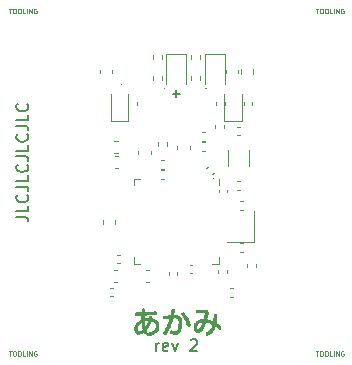
<source format=gbr>
%TF.GenerationSoftware,KiCad,Pcbnew,(5.1.9)-1*%
%TF.CreationDate,2021-01-08T11:53:25+08:00*%
%TF.ProjectId,akami,616b616d-692e-46b6-9963-61645f706362,rev?*%
%TF.SameCoordinates,Original*%
%TF.FileFunction,Legend,Top*%
%TF.FilePolarity,Positive*%
%FSLAX46Y46*%
G04 Gerber Fmt 4.6, Leading zero omitted, Abs format (unit mm)*
G04 Created by KiCad (PCBNEW (5.1.9)-1) date 2021-01-08 11:53:25*
%MOMM*%
%LPD*%
G01*
G04 APERTURE LIST*
%ADD10C,0.150000*%
%ADD11C,0.200000*%
%ADD12C,0.120000*%
%ADD13C,0.010000*%
%ADD14C,0.070000*%
G04 APERTURE END LIST*
D10*
X-1738095Y-15952380D02*
X-1738095Y-15285714D01*
X-1738095Y-15476190D02*
X-1690476Y-15380952D01*
X-1642857Y-15333333D01*
X-1547619Y-15285714D01*
X-1452380Y-15285714D01*
X-738095Y-15904761D02*
X-833333Y-15952380D01*
X-1023809Y-15952380D01*
X-1119047Y-15904761D01*
X-1166666Y-15809523D01*
X-1166666Y-15428571D01*
X-1119047Y-15333333D01*
X-1023809Y-15285714D01*
X-833333Y-15285714D01*
X-738095Y-15333333D01*
X-690476Y-15428571D01*
X-690476Y-15523809D01*
X-1166666Y-15619047D01*
X-357142Y-15285714D02*
X-119047Y-15952380D01*
X119047Y-15285714D01*
X1214285Y-15047619D02*
X1261904Y-15000000D01*
X1357142Y-14952380D01*
X1595238Y-14952380D01*
X1690476Y-15000000D01*
X1738095Y-15047619D01*
X1785714Y-15142857D01*
X1785714Y-15238095D01*
X1738095Y-15380952D01*
X1166666Y-15952380D01*
X1785714Y-15952380D01*
D11*
X-13547619Y-4619047D02*
X-12833333Y-4619047D01*
X-12690476Y-4666666D01*
X-12595238Y-4761904D01*
X-12547619Y-4904761D01*
X-12547619Y-5000000D01*
X-12547619Y-3666666D02*
X-12547619Y-4142857D01*
X-13547619Y-4142857D01*
X-12642857Y-2761904D02*
X-12595238Y-2809523D01*
X-12547619Y-2952380D01*
X-12547619Y-3047619D01*
X-12595238Y-3190476D01*
X-12690476Y-3285714D01*
X-12785714Y-3333333D01*
X-12976190Y-3380952D01*
X-13119047Y-3380952D01*
X-13309523Y-3333333D01*
X-13404761Y-3285714D01*
X-13500000Y-3190476D01*
X-13547619Y-3047619D01*
X-13547619Y-2952380D01*
X-13500000Y-2809523D01*
X-13452380Y-2761904D01*
X-13547619Y-2047619D02*
X-12833333Y-2047619D01*
X-12690476Y-2095238D01*
X-12595238Y-2190476D01*
X-12547619Y-2333333D01*
X-12547619Y-2428571D01*
X-12547619Y-1095238D02*
X-12547619Y-1571428D01*
X-13547619Y-1571428D01*
X-12642857Y-190476D02*
X-12595238Y-238095D01*
X-12547619Y-380952D01*
X-12547619Y-476190D01*
X-12595238Y-619047D01*
X-12690476Y-714285D01*
X-12785714Y-761904D01*
X-12976190Y-809523D01*
X-13119047Y-809523D01*
X-13309523Y-761904D01*
X-13404761Y-714285D01*
X-13500000Y-619047D01*
X-13547619Y-476190D01*
X-13547619Y-380952D01*
X-13500000Y-238095D01*
X-13452380Y-190476D01*
X-13547619Y523809D02*
X-12833333Y523809D01*
X-12690476Y476190D01*
X-12595238Y380952D01*
X-12547619Y238095D01*
X-12547619Y142857D01*
X-12547619Y1476190D02*
X-12547619Y1000000D01*
X-13547619Y1000000D01*
X-12642857Y2380952D02*
X-12595238Y2333333D01*
X-12547619Y2190476D01*
X-12547619Y2095238D01*
X-12595238Y1952380D01*
X-12690476Y1857142D01*
X-12785714Y1809523D01*
X-12976190Y1761904D01*
X-13119047Y1761904D01*
X-13309523Y1809523D01*
X-13404761Y1857142D01*
X-13500000Y1952380D01*
X-13547619Y2095238D01*
X-13547619Y2190476D01*
X-13500000Y2333333D01*
X-13452380Y2380952D01*
X-13547619Y3095238D02*
X-12833333Y3095238D01*
X-12690476Y3047619D01*
X-12595238Y2952380D01*
X-12547619Y2809523D01*
X-12547619Y2714285D01*
X-12547619Y4047619D02*
X-12547619Y3571428D01*
X-13547619Y3571428D01*
X-12642857Y4952380D02*
X-12595238Y4904761D01*
X-12547619Y4761904D01*
X-12547619Y4666666D01*
X-12595238Y4523809D01*
X-12690476Y4428571D01*
X-12785714Y4380952D01*
X-12976190Y4333333D01*
X-13119047Y4333333D01*
X-13309523Y4380952D01*
X-13404761Y4428571D01*
X-13500000Y4523809D01*
X-13547619Y4666666D01*
X-13547619Y4761904D01*
X-13500000Y4904761D01*
X-13452380Y4952380D01*
D12*
X-975000Y6275000D02*
G75*
G03*
X-975000Y6275000I-50000J0D01*
G01*
X2525000Y6275000D02*
G75*
G03*
X2525000Y6275000I-50000J0D01*
G01*
D10*
X-304761Y5817857D02*
X304761Y5817857D01*
X0Y5513095D02*
X0Y6122619D01*
D12*
X-4675000Y6600000D02*
G75*
G03*
X-4675000Y6600000I-50000J0D01*
G01*
X3150000Y-1350000D02*
G75*
G03*
X3150000Y-1350000I-50000J0D01*
G01*
D13*
%TO.C,DUMMY1*%
G36*
X-2798966Y-12361365D02*
G01*
X-2769272Y-12372282D01*
X-2751478Y-12385552D01*
X-2739851Y-12398315D01*
X-2733550Y-12410085D01*
X-2730967Y-12425558D01*
X-2730492Y-12446852D01*
X-2730977Y-12467707D01*
X-2732319Y-12497776D01*
X-2734332Y-12533612D01*
X-2736835Y-12571773D01*
X-2737949Y-12587138D01*
X-2740329Y-12621288D01*
X-2742053Y-12650680D01*
X-2743018Y-12673122D01*
X-2743121Y-12686426D01*
X-2742721Y-12689116D01*
X-2735768Y-12689527D01*
X-2718407Y-12689319D01*
X-2692912Y-12688552D01*
X-2661557Y-12687289D01*
X-2644775Y-12686507D01*
X-2469605Y-12676584D01*
X-2300147Y-12664145D01*
X-2138446Y-12649365D01*
X-1986543Y-12632418D01*
X-1936518Y-12626066D01*
X-1886085Y-12619764D01*
X-1846447Y-12615788D01*
X-1815882Y-12614320D01*
X-1792668Y-12615541D01*
X-1775084Y-12619634D01*
X-1761406Y-12626780D01*
X-1749912Y-12637161D01*
X-1742144Y-12646581D01*
X-1729671Y-12670870D01*
X-1722142Y-12701732D01*
X-1720525Y-12733680D01*
X-1723340Y-12753405D01*
X-1734017Y-12773816D01*
X-1754061Y-12793347D01*
X-1771861Y-12804664D01*
X-1786688Y-12809506D01*
X-1813150Y-12814879D01*
X-1850196Y-12820688D01*
X-1896777Y-12826834D01*
X-1951842Y-12833220D01*
X-2014342Y-12839748D01*
X-2083226Y-12846321D01*
X-2157445Y-12852842D01*
X-2235948Y-12859212D01*
X-2317686Y-12865334D01*
X-2401609Y-12871111D01*
X-2486666Y-12876444D01*
X-2571808Y-12881238D01*
X-2625184Y-12883944D01*
X-2664779Y-12885931D01*
X-2699789Y-12887822D01*
X-2728335Y-12889504D01*
X-2748537Y-12890865D01*
X-2758516Y-12891792D01*
X-2759240Y-12891974D01*
X-2760343Y-12899312D01*
X-2761384Y-12917097D01*
X-2762343Y-12943311D01*
X-2763196Y-12975936D01*
X-2763920Y-13012954D01*
X-2764493Y-13052348D01*
X-2764892Y-13092098D01*
X-2765094Y-13130189D01*
X-2765078Y-13164601D01*
X-2764819Y-13193317D01*
X-2764296Y-13214319D01*
X-2763486Y-13225588D01*
X-2763001Y-13226950D01*
X-2754701Y-13225734D01*
X-2736922Y-13222460D01*
X-2712613Y-13217685D01*
X-2694687Y-13214035D01*
X-2638551Y-13203817D01*
X-2577700Y-13195075D01*
X-2516431Y-13188289D01*
X-2459043Y-13183939D01*
X-2412229Y-13182500D01*
X-2377595Y-13181648D01*
X-2355205Y-13179065D01*
X-2344720Y-13174712D01*
X-2344593Y-13174562D01*
X-2340447Y-13164986D01*
X-2334998Y-13146345D01*
X-2329211Y-13122071D01*
X-2327236Y-13112650D01*
X-2321110Y-13085502D01*
X-2314470Y-13061124D01*
X-2308508Y-13043775D01*
X-2307100Y-13040712D01*
X-2291299Y-13022893D01*
X-2267340Y-13011047D01*
X-2238374Y-13005364D01*
X-2207550Y-13006034D01*
X-2178019Y-13013247D01*
X-2152930Y-13027194D01*
X-2148387Y-13031122D01*
X-2132561Y-13052518D01*
X-2125046Y-13080021D01*
X-2125592Y-13115159D01*
X-2130056Y-13142365D01*
X-2135659Y-13169790D01*
X-2138563Y-13187090D01*
X-2138550Y-13196595D01*
X-2135401Y-13200636D01*
X-2128897Y-13201543D01*
X-2124505Y-13201550D01*
X-2106731Y-13203604D01*
X-2079905Y-13209221D01*
X-2046894Y-13217582D01*
X-2010565Y-13227870D01*
X-1973785Y-13239265D01*
X-1939423Y-13250948D01*
X-1910345Y-13262103D01*
X-1906205Y-13263857D01*
X-1822395Y-13306020D01*
X-1748441Y-13355922D01*
X-1684509Y-13413384D01*
X-1630766Y-13478224D01*
X-1587377Y-13550264D01*
X-1554509Y-13629322D01*
X-1546963Y-13653558D01*
X-1528143Y-13739520D01*
X-1520232Y-13827805D01*
X-1523024Y-13916420D01*
X-1536310Y-14003375D01*
X-1559884Y-14086681D01*
X-1593539Y-14164347D01*
X-1601697Y-14179450D01*
X-1652238Y-14256818D01*
X-1713351Y-14327893D01*
X-1784303Y-14392164D01*
X-1864359Y-14449120D01*
X-1952785Y-14498249D01*
X-2048846Y-14539043D01*
X-2151808Y-14570989D01*
X-2171700Y-14575923D01*
X-2226675Y-14587788D01*
X-2281361Y-14597284D01*
X-2333831Y-14604251D01*
X-2382158Y-14608526D01*
X-2424414Y-14609949D01*
X-2458671Y-14608359D01*
X-2483003Y-14603596D01*
X-2486564Y-14602224D01*
X-2511569Y-14584883D01*
X-2530210Y-14559285D01*
X-2541572Y-14528642D01*
X-2544737Y-14496167D01*
X-2538791Y-14465076D01*
X-2530421Y-14448350D01*
X-2512018Y-14428553D01*
X-2485995Y-14414996D01*
X-2450561Y-14406884D01*
X-2432705Y-14404930D01*
X-2323468Y-14391433D01*
X-2222369Y-14369963D01*
X-2129789Y-14340725D01*
X-2046108Y-14303924D01*
X-1971707Y-14259764D01*
X-1906965Y-14208450D01*
X-1852263Y-14150187D01*
X-1807980Y-14085179D01*
X-1795565Y-14061975D01*
X-1767761Y-13993197D01*
X-1750743Y-13920760D01*
X-1744458Y-13846612D01*
X-1748854Y-13772699D01*
X-1763877Y-13700969D01*
X-1789475Y-13633371D01*
X-1808145Y-13598485D01*
X-1823283Y-13576593D01*
X-1844271Y-13550585D01*
X-1867502Y-13524822D01*
X-1877187Y-13515000D01*
X-1931346Y-13470486D01*
X-1995393Y-13433306D01*
X-2068614Y-13403796D01*
X-2150298Y-13382294D01*
X-2162424Y-13379931D01*
X-2180550Y-13377422D01*
X-2189096Y-13378956D01*
X-2190750Y-13382988D01*
X-2192842Y-13393467D01*
X-2198613Y-13413631D01*
X-2207304Y-13441268D01*
X-2218158Y-13474163D01*
X-2230418Y-13510102D01*
X-2243325Y-13546870D01*
X-2256123Y-13582255D01*
X-2268053Y-13614042D01*
X-2278358Y-13640017D01*
X-2280306Y-13644672D01*
X-2328766Y-13751028D01*
X-2382269Y-13853922D01*
X-2439524Y-13951197D01*
X-2499238Y-14040693D01*
X-2560119Y-14120253D01*
X-2576966Y-14140186D01*
X-2611669Y-14180298D01*
X-2585360Y-14240677D01*
X-2567959Y-14287285D01*
X-2560084Y-14326250D01*
X-2561896Y-14358503D01*
X-2573553Y-14384979D01*
X-2595218Y-14406611D01*
X-2616010Y-14419162D01*
X-2652016Y-14432014D01*
X-2684560Y-14432680D01*
X-2713219Y-14421305D01*
X-2737573Y-14398035D01*
X-2753138Y-14372074D01*
X-2762484Y-14352724D01*
X-2769487Y-14338528D01*
X-2772489Y-14332808D01*
X-2778056Y-14335239D01*
X-2792030Y-14343497D01*
X-2812301Y-14356287D01*
X-2836762Y-14372312D01*
X-2836789Y-14372329D01*
X-2904746Y-14414360D01*
X-2968468Y-14446603D01*
X-3030562Y-14469970D01*
X-3093635Y-14485375D01*
X-3160292Y-14493729D01*
X-3188029Y-14495280D01*
X-3237646Y-14496117D01*
X-3278175Y-14493979D01*
X-3312991Y-14488328D01*
X-3345469Y-14478626D01*
X-3377400Y-14465086D01*
X-3427814Y-14434344D01*
X-3471931Y-14393274D01*
X-3508974Y-14342989D01*
X-3538165Y-14284597D01*
X-3558729Y-14219211D01*
X-3562770Y-14200140D01*
X-3567223Y-14162820D01*
X-3568584Y-14116959D01*
X-3567247Y-14072453D01*
X-3364628Y-14072453D01*
X-3363489Y-14118556D01*
X-3357936Y-14159711D01*
X-3348057Y-14192410D01*
X-3348023Y-14192487D01*
X-3324602Y-14231982D01*
X-3293774Y-14261215D01*
X-3255668Y-14280144D01*
X-3210417Y-14288726D01*
X-3158153Y-14286919D01*
X-3099007Y-14274681D01*
X-3095625Y-14273724D01*
X-3049659Y-14257132D01*
X-2999091Y-14232999D01*
X-2947706Y-14203323D01*
X-2899286Y-14170102D01*
X-2898940Y-14169842D01*
X-2877838Y-14153688D01*
X-2860795Y-14140132D01*
X-2850247Y-14131136D01*
X-2848130Y-14128899D01*
X-2848437Y-14120919D01*
X-2851929Y-14103930D01*
X-2857927Y-14081020D01*
X-2860937Y-14070686D01*
X-2876231Y-14014023D01*
X-2891276Y-13947880D01*
X-2905520Y-13875475D01*
X-2918417Y-13800024D01*
X-2929418Y-13724743D01*
X-2937973Y-13652850D01*
X-2943535Y-13587562D01*
X-2943650Y-13585725D01*
X-2945795Y-13556622D01*
X-2948237Y-13531865D01*
X-2950645Y-13514426D01*
X-2952336Y-13507721D01*
X-2959254Y-13507217D01*
X-2974214Y-13513657D01*
X-2995497Y-13525862D01*
X-3021382Y-13542651D01*
X-3050149Y-13562845D01*
X-3080079Y-13585264D01*
X-3109453Y-13608729D01*
X-3136549Y-13632060D01*
X-3145204Y-13640003D01*
X-3206400Y-13704041D01*
X-3259259Y-13773327D01*
X-3302662Y-13846033D01*
X-3335489Y-13920334D01*
X-3353319Y-13979425D01*
X-3361267Y-14024907D01*
X-3364628Y-14072453D01*
X-3567247Y-14072453D01*
X-3567061Y-14066284D01*
X-3562862Y-14014517D01*
X-3556198Y-13965383D01*
X-3547276Y-13922606D01*
X-3547190Y-13922275D01*
X-3522948Y-13848948D01*
X-3488426Y-13773252D01*
X-3445051Y-13697736D01*
X-3394250Y-13624952D01*
X-3352031Y-13573573D01*
X-3307327Y-13527868D01*
X-3253085Y-13480560D01*
X-3191950Y-13433625D01*
X-3159992Y-13411831D01*
X-2761378Y-13411831D01*
X-2758342Y-13470203D01*
X-2754268Y-13530338D01*
X-2748208Y-13595226D01*
X-2740513Y-13662425D01*
X-2731540Y-13729491D01*
X-2721640Y-13793979D01*
X-2711169Y-13853445D01*
X-2700481Y-13905447D01*
X-2689928Y-13947541D01*
X-2688506Y-13952422D01*
X-2685802Y-13956948D01*
X-2681051Y-13956143D01*
X-2673211Y-13948889D01*
X-2661240Y-13934069D01*
X-2644094Y-13910567D01*
X-2627756Y-13887350D01*
X-2581910Y-13816545D01*
X-2536550Y-13736925D01*
X-2493474Y-13652190D01*
X-2454481Y-13566037D01*
X-2421371Y-13482168D01*
X-2400758Y-13420625D01*
X-2393603Y-13397115D01*
X-2387575Y-13377343D01*
X-2383923Y-13365405D01*
X-2383817Y-13365062D01*
X-2383363Y-13359480D01*
X-2387814Y-13356159D01*
X-2399516Y-13354543D01*
X-2420816Y-13354073D01*
X-2430035Y-13354073D01*
X-2482794Y-13356392D01*
X-2542434Y-13362627D01*
X-2604418Y-13372057D01*
X-2664208Y-13383960D01*
X-2717268Y-13397612D01*
X-2731652Y-13402090D01*
X-2761378Y-13411831D01*
X-3159992Y-13411831D01*
X-3126569Y-13389038D01*
X-3059589Y-13348774D01*
X-3027960Y-13331725D01*
X-2966645Y-13299975D01*
X-2963116Y-13098657D01*
X-2959587Y-12897340D01*
X-3203279Y-12898632D01*
X-3265366Y-12898941D01*
X-3316027Y-12899107D01*
X-3356534Y-12899072D01*
X-3388163Y-12898777D01*
X-3412185Y-12898166D01*
X-3429875Y-12897180D01*
X-3442506Y-12895762D01*
X-3451351Y-12893855D01*
X-3457684Y-12891400D01*
X-3462778Y-12888339D01*
X-3464973Y-12886773D01*
X-3487211Y-12863253D01*
X-3500520Y-12833718D01*
X-3504901Y-12801185D01*
X-3500351Y-12768673D01*
X-3486869Y-12739201D01*
X-3465057Y-12716226D01*
X-3460105Y-12712906D01*
X-3454334Y-12710184D01*
X-3446490Y-12707988D01*
X-3435314Y-12706249D01*
X-3419551Y-12704895D01*
X-3397943Y-12703857D01*
X-3369235Y-12703063D01*
X-3332170Y-12702443D01*
X-3285491Y-12701926D01*
X-3227942Y-12701443D01*
X-3197743Y-12701214D01*
X-2948347Y-12699353D01*
X-2944036Y-12596439D01*
X-2941160Y-12538465D01*
X-2937789Y-12491940D01*
X-2933748Y-12455617D01*
X-2928862Y-12428249D01*
X-2922956Y-12408589D01*
X-2915890Y-12395435D01*
X-2893809Y-12375671D01*
X-2864671Y-12363266D01*
X-2831911Y-12358429D01*
X-2798966Y-12361365D01*
G37*
X-2798966Y-12361365D02*
X-2769272Y-12372282D01*
X-2751478Y-12385552D01*
X-2739851Y-12398315D01*
X-2733550Y-12410085D01*
X-2730967Y-12425558D01*
X-2730492Y-12446852D01*
X-2730977Y-12467707D01*
X-2732319Y-12497776D01*
X-2734332Y-12533612D01*
X-2736835Y-12571773D01*
X-2737949Y-12587138D01*
X-2740329Y-12621288D01*
X-2742053Y-12650680D01*
X-2743018Y-12673122D01*
X-2743121Y-12686426D01*
X-2742721Y-12689116D01*
X-2735768Y-12689527D01*
X-2718407Y-12689319D01*
X-2692912Y-12688552D01*
X-2661557Y-12687289D01*
X-2644775Y-12686507D01*
X-2469605Y-12676584D01*
X-2300147Y-12664145D01*
X-2138446Y-12649365D01*
X-1986543Y-12632418D01*
X-1936518Y-12626066D01*
X-1886085Y-12619764D01*
X-1846447Y-12615788D01*
X-1815882Y-12614320D01*
X-1792668Y-12615541D01*
X-1775084Y-12619634D01*
X-1761406Y-12626780D01*
X-1749912Y-12637161D01*
X-1742144Y-12646581D01*
X-1729671Y-12670870D01*
X-1722142Y-12701732D01*
X-1720525Y-12733680D01*
X-1723340Y-12753405D01*
X-1734017Y-12773816D01*
X-1754061Y-12793347D01*
X-1771861Y-12804664D01*
X-1786688Y-12809506D01*
X-1813150Y-12814879D01*
X-1850196Y-12820688D01*
X-1896777Y-12826834D01*
X-1951842Y-12833220D01*
X-2014342Y-12839748D01*
X-2083226Y-12846321D01*
X-2157445Y-12852842D01*
X-2235948Y-12859212D01*
X-2317686Y-12865334D01*
X-2401609Y-12871111D01*
X-2486666Y-12876444D01*
X-2571808Y-12881238D01*
X-2625184Y-12883944D01*
X-2664779Y-12885931D01*
X-2699789Y-12887822D01*
X-2728335Y-12889504D01*
X-2748537Y-12890865D01*
X-2758516Y-12891792D01*
X-2759240Y-12891974D01*
X-2760343Y-12899312D01*
X-2761384Y-12917097D01*
X-2762343Y-12943311D01*
X-2763196Y-12975936D01*
X-2763920Y-13012954D01*
X-2764493Y-13052348D01*
X-2764892Y-13092098D01*
X-2765094Y-13130189D01*
X-2765078Y-13164601D01*
X-2764819Y-13193317D01*
X-2764296Y-13214319D01*
X-2763486Y-13225588D01*
X-2763001Y-13226950D01*
X-2754701Y-13225734D01*
X-2736922Y-13222460D01*
X-2712613Y-13217685D01*
X-2694687Y-13214035D01*
X-2638551Y-13203817D01*
X-2577700Y-13195075D01*
X-2516431Y-13188289D01*
X-2459043Y-13183939D01*
X-2412229Y-13182500D01*
X-2377595Y-13181648D01*
X-2355205Y-13179065D01*
X-2344720Y-13174712D01*
X-2344593Y-13174562D01*
X-2340447Y-13164986D01*
X-2334998Y-13146345D01*
X-2329211Y-13122071D01*
X-2327236Y-13112650D01*
X-2321110Y-13085502D01*
X-2314470Y-13061124D01*
X-2308508Y-13043775D01*
X-2307100Y-13040712D01*
X-2291299Y-13022893D01*
X-2267340Y-13011047D01*
X-2238374Y-13005364D01*
X-2207550Y-13006034D01*
X-2178019Y-13013247D01*
X-2152930Y-13027194D01*
X-2148387Y-13031122D01*
X-2132561Y-13052518D01*
X-2125046Y-13080021D01*
X-2125592Y-13115159D01*
X-2130056Y-13142365D01*
X-2135659Y-13169790D01*
X-2138563Y-13187090D01*
X-2138550Y-13196595D01*
X-2135401Y-13200636D01*
X-2128897Y-13201543D01*
X-2124505Y-13201550D01*
X-2106731Y-13203604D01*
X-2079905Y-13209221D01*
X-2046894Y-13217582D01*
X-2010565Y-13227870D01*
X-1973785Y-13239265D01*
X-1939423Y-13250948D01*
X-1910345Y-13262103D01*
X-1906205Y-13263857D01*
X-1822395Y-13306020D01*
X-1748441Y-13355922D01*
X-1684509Y-13413384D01*
X-1630766Y-13478224D01*
X-1587377Y-13550264D01*
X-1554509Y-13629322D01*
X-1546963Y-13653558D01*
X-1528143Y-13739520D01*
X-1520232Y-13827805D01*
X-1523024Y-13916420D01*
X-1536310Y-14003375D01*
X-1559884Y-14086681D01*
X-1593539Y-14164347D01*
X-1601697Y-14179450D01*
X-1652238Y-14256818D01*
X-1713351Y-14327893D01*
X-1784303Y-14392164D01*
X-1864359Y-14449120D01*
X-1952785Y-14498249D01*
X-2048846Y-14539043D01*
X-2151808Y-14570989D01*
X-2171700Y-14575923D01*
X-2226675Y-14587788D01*
X-2281361Y-14597284D01*
X-2333831Y-14604251D01*
X-2382158Y-14608526D01*
X-2424414Y-14609949D01*
X-2458671Y-14608359D01*
X-2483003Y-14603596D01*
X-2486564Y-14602224D01*
X-2511569Y-14584883D01*
X-2530210Y-14559285D01*
X-2541572Y-14528642D01*
X-2544737Y-14496167D01*
X-2538791Y-14465076D01*
X-2530421Y-14448350D01*
X-2512018Y-14428553D01*
X-2485995Y-14414996D01*
X-2450561Y-14406884D01*
X-2432705Y-14404930D01*
X-2323468Y-14391433D01*
X-2222369Y-14369963D01*
X-2129789Y-14340725D01*
X-2046108Y-14303924D01*
X-1971707Y-14259764D01*
X-1906965Y-14208450D01*
X-1852263Y-14150187D01*
X-1807980Y-14085179D01*
X-1795565Y-14061975D01*
X-1767761Y-13993197D01*
X-1750743Y-13920760D01*
X-1744458Y-13846612D01*
X-1748854Y-13772699D01*
X-1763877Y-13700969D01*
X-1789475Y-13633371D01*
X-1808145Y-13598485D01*
X-1823283Y-13576593D01*
X-1844271Y-13550585D01*
X-1867502Y-13524822D01*
X-1877187Y-13515000D01*
X-1931346Y-13470486D01*
X-1995393Y-13433306D01*
X-2068614Y-13403796D01*
X-2150298Y-13382294D01*
X-2162424Y-13379931D01*
X-2180550Y-13377422D01*
X-2189096Y-13378956D01*
X-2190750Y-13382988D01*
X-2192842Y-13393467D01*
X-2198613Y-13413631D01*
X-2207304Y-13441268D01*
X-2218158Y-13474163D01*
X-2230418Y-13510102D01*
X-2243325Y-13546870D01*
X-2256123Y-13582255D01*
X-2268053Y-13614042D01*
X-2278358Y-13640017D01*
X-2280306Y-13644672D01*
X-2328766Y-13751028D01*
X-2382269Y-13853922D01*
X-2439524Y-13951197D01*
X-2499238Y-14040693D01*
X-2560119Y-14120253D01*
X-2576966Y-14140186D01*
X-2611669Y-14180298D01*
X-2585360Y-14240677D01*
X-2567959Y-14287285D01*
X-2560084Y-14326250D01*
X-2561896Y-14358503D01*
X-2573553Y-14384979D01*
X-2595218Y-14406611D01*
X-2616010Y-14419162D01*
X-2652016Y-14432014D01*
X-2684560Y-14432680D01*
X-2713219Y-14421305D01*
X-2737573Y-14398035D01*
X-2753138Y-14372074D01*
X-2762484Y-14352724D01*
X-2769487Y-14338528D01*
X-2772489Y-14332808D01*
X-2778056Y-14335239D01*
X-2792030Y-14343497D01*
X-2812301Y-14356287D01*
X-2836762Y-14372312D01*
X-2836789Y-14372329D01*
X-2904746Y-14414360D01*
X-2968468Y-14446603D01*
X-3030562Y-14469970D01*
X-3093635Y-14485375D01*
X-3160292Y-14493729D01*
X-3188029Y-14495280D01*
X-3237646Y-14496117D01*
X-3278175Y-14493979D01*
X-3312991Y-14488328D01*
X-3345469Y-14478626D01*
X-3377400Y-14465086D01*
X-3427814Y-14434344D01*
X-3471931Y-14393274D01*
X-3508974Y-14342989D01*
X-3538165Y-14284597D01*
X-3558729Y-14219211D01*
X-3562770Y-14200140D01*
X-3567223Y-14162820D01*
X-3568584Y-14116959D01*
X-3567247Y-14072453D01*
X-3364628Y-14072453D01*
X-3363489Y-14118556D01*
X-3357936Y-14159711D01*
X-3348057Y-14192410D01*
X-3348023Y-14192487D01*
X-3324602Y-14231982D01*
X-3293774Y-14261215D01*
X-3255668Y-14280144D01*
X-3210417Y-14288726D01*
X-3158153Y-14286919D01*
X-3099007Y-14274681D01*
X-3095625Y-14273724D01*
X-3049659Y-14257132D01*
X-2999091Y-14232999D01*
X-2947706Y-14203323D01*
X-2899286Y-14170102D01*
X-2898940Y-14169842D01*
X-2877838Y-14153688D01*
X-2860795Y-14140132D01*
X-2850247Y-14131136D01*
X-2848130Y-14128899D01*
X-2848437Y-14120919D01*
X-2851929Y-14103930D01*
X-2857927Y-14081020D01*
X-2860937Y-14070686D01*
X-2876231Y-14014023D01*
X-2891276Y-13947880D01*
X-2905520Y-13875475D01*
X-2918417Y-13800024D01*
X-2929418Y-13724743D01*
X-2937973Y-13652850D01*
X-2943535Y-13587562D01*
X-2943650Y-13585725D01*
X-2945795Y-13556622D01*
X-2948237Y-13531865D01*
X-2950645Y-13514426D01*
X-2952336Y-13507721D01*
X-2959254Y-13507217D01*
X-2974214Y-13513657D01*
X-2995497Y-13525862D01*
X-3021382Y-13542651D01*
X-3050149Y-13562845D01*
X-3080079Y-13585264D01*
X-3109453Y-13608729D01*
X-3136549Y-13632060D01*
X-3145204Y-13640003D01*
X-3206400Y-13704041D01*
X-3259259Y-13773327D01*
X-3302662Y-13846033D01*
X-3335489Y-13920334D01*
X-3353319Y-13979425D01*
X-3361267Y-14024907D01*
X-3364628Y-14072453D01*
X-3567247Y-14072453D01*
X-3567061Y-14066284D01*
X-3562862Y-14014517D01*
X-3556198Y-13965383D01*
X-3547276Y-13922606D01*
X-3547190Y-13922275D01*
X-3522948Y-13848948D01*
X-3488426Y-13773252D01*
X-3445051Y-13697736D01*
X-3394250Y-13624952D01*
X-3352031Y-13573573D01*
X-3307327Y-13527868D01*
X-3253085Y-13480560D01*
X-3191950Y-13433625D01*
X-3159992Y-13411831D01*
X-2761378Y-13411831D01*
X-2758342Y-13470203D01*
X-2754268Y-13530338D01*
X-2748208Y-13595226D01*
X-2740513Y-13662425D01*
X-2731540Y-13729491D01*
X-2721640Y-13793979D01*
X-2711169Y-13853445D01*
X-2700481Y-13905447D01*
X-2689928Y-13947541D01*
X-2688506Y-13952422D01*
X-2685802Y-13956948D01*
X-2681051Y-13956143D01*
X-2673211Y-13948889D01*
X-2661240Y-13934069D01*
X-2644094Y-13910567D01*
X-2627756Y-13887350D01*
X-2581910Y-13816545D01*
X-2536550Y-13736925D01*
X-2493474Y-13652190D01*
X-2454481Y-13566037D01*
X-2421371Y-13482168D01*
X-2400758Y-13420625D01*
X-2393603Y-13397115D01*
X-2387575Y-13377343D01*
X-2383923Y-13365405D01*
X-2383817Y-13365062D01*
X-2383363Y-13359480D01*
X-2387814Y-13356159D01*
X-2399516Y-13354543D01*
X-2420816Y-13354073D01*
X-2430035Y-13354073D01*
X-2482794Y-13356392D01*
X-2542434Y-13362627D01*
X-2604418Y-13372057D01*
X-2664208Y-13383960D01*
X-2717268Y-13397612D01*
X-2731652Y-13402090D01*
X-2761378Y-13411831D01*
X-3159992Y-13411831D01*
X-3126569Y-13389038D01*
X-3059589Y-13348774D01*
X-3027960Y-13331725D01*
X-2966645Y-13299975D01*
X-2963116Y-13098657D01*
X-2959587Y-12897340D01*
X-3203279Y-12898632D01*
X-3265366Y-12898941D01*
X-3316027Y-12899107D01*
X-3356534Y-12899072D01*
X-3388163Y-12898777D01*
X-3412185Y-12898166D01*
X-3429875Y-12897180D01*
X-3442506Y-12895762D01*
X-3451351Y-12893855D01*
X-3457684Y-12891400D01*
X-3462778Y-12888339D01*
X-3464973Y-12886773D01*
X-3487211Y-12863253D01*
X-3500520Y-12833718D01*
X-3504901Y-12801185D01*
X-3500351Y-12768673D01*
X-3486869Y-12739201D01*
X-3465057Y-12716226D01*
X-3460105Y-12712906D01*
X-3454334Y-12710184D01*
X-3446490Y-12707988D01*
X-3435314Y-12706249D01*
X-3419551Y-12704895D01*
X-3397943Y-12703857D01*
X-3369235Y-12703063D01*
X-3332170Y-12702443D01*
X-3285491Y-12701926D01*
X-3227942Y-12701443D01*
X-3197743Y-12701214D01*
X-2948347Y-12699353D01*
X-2944036Y-12596439D01*
X-2941160Y-12538465D01*
X-2937789Y-12491940D01*
X-2933748Y-12455617D01*
X-2928862Y-12428249D01*
X-2922956Y-12408589D01*
X-2915890Y-12395435D01*
X-2893809Y-12375671D01*
X-2864671Y-12363266D01*
X-2831911Y-12358429D01*
X-2798966Y-12361365D01*
G36*
X2406947Y-12489122D02*
G01*
X2440982Y-12489888D01*
X2469018Y-12491196D01*
X2491892Y-12493084D01*
X2510443Y-12495589D01*
X2525507Y-12498748D01*
X2537922Y-12502598D01*
X2548525Y-12507175D01*
X2558153Y-12512518D01*
X2567644Y-12518661D01*
X2575957Y-12524354D01*
X2609124Y-12553722D01*
X2632352Y-12589694D01*
X2645846Y-12632856D01*
X2649816Y-12683799D01*
X2646932Y-12725300D01*
X2641952Y-12756795D01*
X2633351Y-12799191D01*
X2621421Y-12851308D01*
X2606451Y-12911963D01*
X2588733Y-12979974D01*
X2568556Y-13054161D01*
X2549409Y-13122175D01*
X2537828Y-13162909D01*
X2527372Y-13200074D01*
X2518570Y-13231751D01*
X2511954Y-13256024D01*
X2508053Y-13270976D01*
X2507285Y-13274372D01*
X2507742Y-13281854D01*
X2514204Y-13286699D01*
X2529379Y-13290372D01*
X2540000Y-13292067D01*
X2633636Y-13309537D01*
X2733997Y-13334800D01*
X2838464Y-13367047D01*
X2944417Y-13405470D01*
X3048862Y-13449092D01*
X3116400Y-13479263D01*
X3120423Y-13443594D01*
X3125475Y-13390977D01*
X3130097Y-13326953D01*
X3134218Y-13252809D01*
X3137766Y-13169834D01*
X3140670Y-13079315D01*
X3140785Y-13075054D01*
X3142378Y-13020315D01*
X3144087Y-12976742D01*
X3146207Y-12942799D01*
X3149031Y-12916954D01*
X3152853Y-12897672D01*
X3157967Y-12883419D01*
X3164668Y-12872663D01*
X3173248Y-12863868D01*
X3182674Y-12856470D01*
X3205636Y-12845944D01*
X3235538Y-12840863D01*
X3267707Y-12841537D01*
X3297467Y-12848279D01*
X3298736Y-12848753D01*
X3321659Y-12860448D01*
X3338049Y-12876634D01*
X3348933Y-12899358D01*
X3355340Y-12930670D01*
X3358095Y-12967065D01*
X3358842Y-13007601D01*
X3358380Y-13058139D01*
X3356846Y-13116326D01*
X3354372Y-13179809D01*
X3351095Y-13246236D01*
X3347148Y-13313251D01*
X3342666Y-13378504D01*
X3337784Y-13439640D01*
X3332636Y-13494306D01*
X3327358Y-13540150D01*
X3323934Y-13564022D01*
X3320293Y-13586769D01*
X3377151Y-13622814D01*
X3435825Y-13661996D01*
X3498706Y-13707472D01*
X3561565Y-13756046D01*
X3620174Y-13804517D01*
X3638036Y-13820101D01*
X3672456Y-13852050D01*
X3697463Y-13879180D01*
X3714331Y-13903527D01*
X3724336Y-13927133D01*
X3728753Y-13952034D01*
X3729264Y-13965989D01*
X3724958Y-14001172D01*
X3710983Y-14031004D01*
X3689923Y-14055219D01*
X3675175Y-14066828D01*
X3658708Y-14073224D01*
X3635236Y-14076395D01*
X3633224Y-14076546D01*
X3611499Y-14077071D01*
X3592715Y-14074369D01*
X3574551Y-14067222D01*
X3554682Y-14054416D01*
X3530784Y-14034733D01*
X3500877Y-14007281D01*
X3468303Y-13977485D01*
X3434005Y-13947665D01*
X3399392Y-13918891D01*
X3365879Y-13892234D01*
X3334876Y-13868764D01*
X3307795Y-13849554D01*
X3286049Y-13835675D01*
X3271049Y-13828196D01*
X3264401Y-13827914D01*
X3260374Y-13836460D01*
X3254401Y-13853530D01*
X3248001Y-13874650D01*
X3212801Y-13977906D01*
X3166811Y-14078914D01*
X3111831Y-14173753D01*
X3108095Y-14179450D01*
X3047097Y-14262393D01*
X2978945Y-14336895D01*
X2902502Y-14403928D01*
X2816633Y-14464466D01*
X2720203Y-14519481D01*
X2698750Y-14530303D01*
X2665346Y-14546500D01*
X2640167Y-14557704D01*
X2620238Y-14564913D01*
X2602585Y-14569125D01*
X2584234Y-14571337D01*
X2574575Y-14571968D01*
X2550350Y-14572852D01*
X2534525Y-14571588D01*
X2522849Y-14567186D01*
X2511075Y-14558659D01*
X2508624Y-14556615D01*
X2485577Y-14529432D01*
X2472735Y-14496847D01*
X2470653Y-14461713D01*
X2479886Y-14426885D01*
X2482385Y-14421659D01*
X2488307Y-14410367D01*
X2494143Y-14401379D01*
X2501693Y-14393420D01*
X2512757Y-14385216D01*
X2529137Y-14375494D01*
X2552631Y-14362980D01*
X2585041Y-14346399D01*
X2598141Y-14339746D01*
X2655498Y-14309290D01*
X2703894Y-14280345D01*
X2746518Y-14250734D01*
X2786560Y-14218279D01*
X2818140Y-14189505D01*
X2880778Y-14122118D01*
X2936228Y-14045558D01*
X2985272Y-13958734D01*
X2987609Y-13954025D01*
X3002705Y-13921412D01*
X3018257Y-13884336D01*
X3033402Y-13845251D01*
X3047278Y-13806611D01*
X3059022Y-13770873D01*
X3067771Y-13740491D01*
X3072665Y-13717920D01*
X3073400Y-13709837D01*
X3070057Y-13703275D01*
X3059238Y-13694475D01*
X3039753Y-13682682D01*
X3010413Y-13667145D01*
X2989262Y-13656541D01*
X2863261Y-13599234D01*
X2739558Y-13553288D01*
X2616304Y-13518056D01*
X2550366Y-13503475D01*
X2511810Y-13495422D01*
X2483144Y-13489668D01*
X2462339Y-13487423D01*
X2447371Y-13489898D01*
X2436213Y-13498301D01*
X2426838Y-13513843D01*
X2417221Y-13537734D01*
X2405334Y-13571184D01*
X2396673Y-13595250D01*
X2350968Y-13715368D01*
X2305489Y-13825823D01*
X2260455Y-13926187D01*
X2216086Y-14016033D01*
X2172604Y-14094933D01*
X2130229Y-14162460D01*
X2089180Y-14218187D01*
X2056361Y-14255086D01*
X2005854Y-14300296D01*
X1954424Y-14333910D01*
X1899935Y-14356976D01*
X1840254Y-14370540D01*
X1814779Y-14373510D01*
X1752652Y-14373184D01*
X1694301Y-14360748D01*
X1639669Y-14336178D01*
X1588698Y-14299454D01*
X1568751Y-14280785D01*
X1526949Y-14230633D01*
X1494309Y-14173005D01*
X1470623Y-14107357D01*
X1455688Y-14033146D01*
X1449879Y-13966725D01*
X1450275Y-13944575D01*
X1658736Y-13944575D01*
X1662813Y-13992094D01*
X1666446Y-14011033D01*
X1682116Y-14058923D01*
X1703792Y-14097009D01*
X1730675Y-14124793D01*
X1761966Y-14141775D01*
X1796867Y-14147456D01*
X1834577Y-14141337D01*
X1859009Y-14131403D01*
X1890181Y-14111534D01*
X1921730Y-14082566D01*
X1954020Y-14043963D01*
X1987412Y-13995186D01*
X2022268Y-13935698D01*
X2058951Y-13864960D01*
X2097822Y-13782436D01*
X2105504Y-13765336D01*
X2134009Y-13699967D01*
X2158974Y-13639154D01*
X2183010Y-13576402D01*
X2197869Y-13535685D01*
X2222714Y-13466595D01*
X2165457Y-13471074D01*
X2089227Y-13480963D01*
X2014451Y-13498133D01*
X1943954Y-13521677D01*
X1880556Y-13550687D01*
X1838297Y-13576218D01*
X1787058Y-13618518D01*
X1742017Y-13669725D01*
X1705252Y-13727025D01*
X1678847Y-13787602D01*
X1676375Y-13795275D01*
X1665741Y-13841295D01*
X1659787Y-13892685D01*
X1658736Y-13944575D01*
X1450275Y-13944575D01*
X1451535Y-13874126D01*
X1464660Y-13786580D01*
X1488902Y-13704497D01*
X1523907Y-13628291D01*
X1569322Y-13558374D01*
X1624795Y-13495159D01*
X1689972Y-13439058D01*
X1764501Y-13390485D01*
X1848028Y-13349850D01*
X1940200Y-13317568D01*
X2022475Y-13297521D01*
X2075920Y-13288020D01*
X2131399Y-13280234D01*
X2184758Y-13274640D01*
X2231845Y-13271717D01*
X2249476Y-13271400D01*
X2289653Y-13271400D01*
X2300702Y-13231712D01*
X2321368Y-13156173D01*
X2340635Y-13083189D01*
X2358258Y-13013841D01*
X2373997Y-12949207D01*
X2387608Y-12890365D01*
X2398849Y-12838395D01*
X2407477Y-12794375D01*
X2413250Y-12759385D01*
X2415925Y-12734503D01*
X2415423Y-12721391D01*
X2407132Y-12705928D01*
X2396262Y-12695575D01*
X2390911Y-12692808D01*
X2383443Y-12690732D01*
X2372461Y-12689332D01*
X2356568Y-12688590D01*
X2334366Y-12688491D01*
X2304460Y-12689019D01*
X2265451Y-12690158D01*
X2215944Y-12691892D01*
X2182729Y-12693132D01*
X2125051Y-12695171D01*
X2063681Y-12697091D01*
X2001909Y-12698805D01*
X1943024Y-12700229D01*
X1890316Y-12701276D01*
X1847850Y-12701854D01*
X1802799Y-12702214D01*
X1768574Y-12702270D01*
X1743300Y-12701861D01*
X1725105Y-12700821D01*
X1712115Y-12698989D01*
X1702455Y-12696201D01*
X1694253Y-12692293D01*
X1686783Y-12687819D01*
X1664059Y-12666667D01*
X1649663Y-12638298D01*
X1644192Y-12605575D01*
X1648246Y-12571359D01*
X1657412Y-12547377D01*
X1663659Y-12535661D01*
X1670136Y-12526071D01*
X1678127Y-12518365D01*
X1688913Y-12512299D01*
X1703779Y-12507633D01*
X1724007Y-12504124D01*
X1750882Y-12501530D01*
X1785686Y-12499608D01*
X1829703Y-12498117D01*
X1884216Y-12496814D01*
X1930400Y-12495863D01*
X2029872Y-12493862D01*
X2117483Y-12492146D01*
X2194072Y-12490751D01*
X2260476Y-12489714D01*
X2317531Y-12489072D01*
X2366076Y-12488863D01*
X2406947Y-12489122D01*
G37*
X2406947Y-12489122D02*
X2440982Y-12489888D01*
X2469018Y-12491196D01*
X2491892Y-12493084D01*
X2510443Y-12495589D01*
X2525507Y-12498748D01*
X2537922Y-12502598D01*
X2548525Y-12507175D01*
X2558153Y-12512518D01*
X2567644Y-12518661D01*
X2575957Y-12524354D01*
X2609124Y-12553722D01*
X2632352Y-12589694D01*
X2645846Y-12632856D01*
X2649816Y-12683799D01*
X2646932Y-12725300D01*
X2641952Y-12756795D01*
X2633351Y-12799191D01*
X2621421Y-12851308D01*
X2606451Y-12911963D01*
X2588733Y-12979974D01*
X2568556Y-13054161D01*
X2549409Y-13122175D01*
X2537828Y-13162909D01*
X2527372Y-13200074D01*
X2518570Y-13231751D01*
X2511954Y-13256024D01*
X2508053Y-13270976D01*
X2507285Y-13274372D01*
X2507742Y-13281854D01*
X2514204Y-13286699D01*
X2529379Y-13290372D01*
X2540000Y-13292067D01*
X2633636Y-13309537D01*
X2733997Y-13334800D01*
X2838464Y-13367047D01*
X2944417Y-13405470D01*
X3048862Y-13449092D01*
X3116400Y-13479263D01*
X3120423Y-13443594D01*
X3125475Y-13390977D01*
X3130097Y-13326953D01*
X3134218Y-13252809D01*
X3137766Y-13169834D01*
X3140670Y-13079315D01*
X3140785Y-13075054D01*
X3142378Y-13020315D01*
X3144087Y-12976742D01*
X3146207Y-12942799D01*
X3149031Y-12916954D01*
X3152853Y-12897672D01*
X3157967Y-12883419D01*
X3164668Y-12872663D01*
X3173248Y-12863868D01*
X3182674Y-12856470D01*
X3205636Y-12845944D01*
X3235538Y-12840863D01*
X3267707Y-12841537D01*
X3297467Y-12848279D01*
X3298736Y-12848753D01*
X3321659Y-12860448D01*
X3338049Y-12876634D01*
X3348933Y-12899358D01*
X3355340Y-12930670D01*
X3358095Y-12967065D01*
X3358842Y-13007601D01*
X3358380Y-13058139D01*
X3356846Y-13116326D01*
X3354372Y-13179809D01*
X3351095Y-13246236D01*
X3347148Y-13313251D01*
X3342666Y-13378504D01*
X3337784Y-13439640D01*
X3332636Y-13494306D01*
X3327358Y-13540150D01*
X3323934Y-13564022D01*
X3320293Y-13586769D01*
X3377151Y-13622814D01*
X3435825Y-13661996D01*
X3498706Y-13707472D01*
X3561565Y-13756046D01*
X3620174Y-13804517D01*
X3638036Y-13820101D01*
X3672456Y-13852050D01*
X3697463Y-13879180D01*
X3714331Y-13903527D01*
X3724336Y-13927133D01*
X3728753Y-13952034D01*
X3729264Y-13965989D01*
X3724958Y-14001172D01*
X3710983Y-14031004D01*
X3689923Y-14055219D01*
X3675175Y-14066828D01*
X3658708Y-14073224D01*
X3635236Y-14076395D01*
X3633224Y-14076546D01*
X3611499Y-14077071D01*
X3592715Y-14074369D01*
X3574551Y-14067222D01*
X3554682Y-14054416D01*
X3530784Y-14034733D01*
X3500877Y-14007281D01*
X3468303Y-13977485D01*
X3434005Y-13947665D01*
X3399392Y-13918891D01*
X3365879Y-13892234D01*
X3334876Y-13868764D01*
X3307795Y-13849554D01*
X3286049Y-13835675D01*
X3271049Y-13828196D01*
X3264401Y-13827914D01*
X3260374Y-13836460D01*
X3254401Y-13853530D01*
X3248001Y-13874650D01*
X3212801Y-13977906D01*
X3166811Y-14078914D01*
X3111831Y-14173753D01*
X3108095Y-14179450D01*
X3047097Y-14262393D01*
X2978945Y-14336895D01*
X2902502Y-14403928D01*
X2816633Y-14464466D01*
X2720203Y-14519481D01*
X2698750Y-14530303D01*
X2665346Y-14546500D01*
X2640167Y-14557704D01*
X2620238Y-14564913D01*
X2602585Y-14569125D01*
X2584234Y-14571337D01*
X2574575Y-14571968D01*
X2550350Y-14572852D01*
X2534525Y-14571588D01*
X2522849Y-14567186D01*
X2511075Y-14558659D01*
X2508624Y-14556615D01*
X2485577Y-14529432D01*
X2472735Y-14496847D01*
X2470653Y-14461713D01*
X2479886Y-14426885D01*
X2482385Y-14421659D01*
X2488307Y-14410367D01*
X2494143Y-14401379D01*
X2501693Y-14393420D01*
X2512757Y-14385216D01*
X2529137Y-14375494D01*
X2552631Y-14362980D01*
X2585041Y-14346399D01*
X2598141Y-14339746D01*
X2655498Y-14309290D01*
X2703894Y-14280345D01*
X2746518Y-14250734D01*
X2786560Y-14218279D01*
X2818140Y-14189505D01*
X2880778Y-14122118D01*
X2936228Y-14045558D01*
X2985272Y-13958734D01*
X2987609Y-13954025D01*
X3002705Y-13921412D01*
X3018257Y-13884336D01*
X3033402Y-13845251D01*
X3047278Y-13806611D01*
X3059022Y-13770873D01*
X3067771Y-13740491D01*
X3072665Y-13717920D01*
X3073400Y-13709837D01*
X3070057Y-13703275D01*
X3059238Y-13694475D01*
X3039753Y-13682682D01*
X3010413Y-13667145D01*
X2989262Y-13656541D01*
X2863261Y-13599234D01*
X2739558Y-13553288D01*
X2616304Y-13518056D01*
X2550366Y-13503475D01*
X2511810Y-13495422D01*
X2483144Y-13489668D01*
X2462339Y-13487423D01*
X2447371Y-13489898D01*
X2436213Y-13498301D01*
X2426838Y-13513843D01*
X2417221Y-13537734D01*
X2405334Y-13571184D01*
X2396673Y-13595250D01*
X2350968Y-13715368D01*
X2305489Y-13825823D01*
X2260455Y-13926187D01*
X2216086Y-14016033D01*
X2172604Y-14094933D01*
X2130229Y-14162460D01*
X2089180Y-14218187D01*
X2056361Y-14255086D01*
X2005854Y-14300296D01*
X1954424Y-14333910D01*
X1899935Y-14356976D01*
X1840254Y-14370540D01*
X1814779Y-14373510D01*
X1752652Y-14373184D01*
X1694301Y-14360748D01*
X1639669Y-14336178D01*
X1588698Y-14299454D01*
X1568751Y-14280785D01*
X1526949Y-14230633D01*
X1494309Y-14173005D01*
X1470623Y-14107357D01*
X1455688Y-14033146D01*
X1449879Y-13966725D01*
X1450275Y-13944575D01*
X1658736Y-13944575D01*
X1662813Y-13992094D01*
X1666446Y-14011033D01*
X1682116Y-14058923D01*
X1703792Y-14097009D01*
X1730675Y-14124793D01*
X1761966Y-14141775D01*
X1796867Y-14147456D01*
X1834577Y-14141337D01*
X1859009Y-14131403D01*
X1890181Y-14111534D01*
X1921730Y-14082566D01*
X1954020Y-14043963D01*
X1987412Y-13995186D01*
X2022268Y-13935698D01*
X2058951Y-13864960D01*
X2097822Y-13782436D01*
X2105504Y-13765336D01*
X2134009Y-13699967D01*
X2158974Y-13639154D01*
X2183010Y-13576402D01*
X2197869Y-13535685D01*
X2222714Y-13466595D01*
X2165457Y-13471074D01*
X2089227Y-13480963D01*
X2014451Y-13498133D01*
X1943954Y-13521677D01*
X1880556Y-13550687D01*
X1838297Y-13576218D01*
X1787058Y-13618518D01*
X1742017Y-13669725D01*
X1705252Y-13727025D01*
X1678847Y-13787602D01*
X1676375Y-13795275D01*
X1665741Y-13841295D01*
X1659787Y-13892685D01*
X1658736Y-13944575D01*
X1450275Y-13944575D01*
X1451535Y-13874126D01*
X1464660Y-13786580D01*
X1488902Y-13704497D01*
X1523907Y-13628291D01*
X1569322Y-13558374D01*
X1624795Y-13495159D01*
X1689972Y-13439058D01*
X1764501Y-13390485D01*
X1848028Y-13349850D01*
X1940200Y-13317568D01*
X2022475Y-13297521D01*
X2075920Y-13288020D01*
X2131399Y-13280234D01*
X2184758Y-13274640D01*
X2231845Y-13271717D01*
X2249476Y-13271400D01*
X2289653Y-13271400D01*
X2300702Y-13231712D01*
X2321368Y-13156173D01*
X2340635Y-13083189D01*
X2358258Y-13013841D01*
X2373997Y-12949207D01*
X2387608Y-12890365D01*
X2398849Y-12838395D01*
X2407477Y-12794375D01*
X2413250Y-12759385D01*
X2415925Y-12734503D01*
X2415423Y-12721391D01*
X2407132Y-12705928D01*
X2396262Y-12695575D01*
X2390911Y-12692808D01*
X2383443Y-12690732D01*
X2372461Y-12689332D01*
X2356568Y-12688590D01*
X2334366Y-12688491D01*
X2304460Y-12689019D01*
X2265451Y-12690158D01*
X2215944Y-12691892D01*
X2182729Y-12693132D01*
X2125051Y-12695171D01*
X2063681Y-12697091D01*
X2001909Y-12698805D01*
X1943024Y-12700229D01*
X1890316Y-12701276D01*
X1847850Y-12701854D01*
X1802799Y-12702214D01*
X1768574Y-12702270D01*
X1743300Y-12701861D01*
X1725105Y-12700821D01*
X1712115Y-12698989D01*
X1702455Y-12696201D01*
X1694253Y-12692293D01*
X1686783Y-12687819D01*
X1664059Y-12666667D01*
X1649663Y-12638298D01*
X1644192Y-12605575D01*
X1648246Y-12571359D01*
X1657412Y-12547377D01*
X1663659Y-12535661D01*
X1670136Y-12526071D01*
X1678127Y-12518365D01*
X1688913Y-12512299D01*
X1703779Y-12507633D01*
X1724007Y-12504124D01*
X1750882Y-12501530D01*
X1785686Y-12499608D01*
X1829703Y-12498117D01*
X1884216Y-12496814D01*
X1930400Y-12495863D01*
X2029872Y-12493862D01*
X2117483Y-12492146D01*
X2194072Y-12490751D01*
X2260476Y-12489714D01*
X2317531Y-12489072D01*
X2366076Y-12488863D01*
X2406947Y-12489122D01*
G36*
X-288027Y-12392532D02*
G01*
X-256663Y-12401581D01*
X-232506Y-12415147D01*
X-231454Y-12416033D01*
X-220149Y-12428135D01*
X-212605Y-12442842D01*
X-208690Y-12461990D01*
X-208274Y-12487415D01*
X-211225Y-12520956D01*
X-217413Y-12564449D01*
X-219804Y-12579250D01*
X-229098Y-12633397D01*
X-239839Y-12692186D01*
X-251321Y-12752016D01*
X-262843Y-12809289D01*
X-273700Y-12860404D01*
X-281230Y-12893575D01*
X-290229Y-12931675D01*
X-140352Y-12931675D01*
X-88928Y-12931845D01*
X-48088Y-12932440D01*
X-15720Y-12933582D01*
X10288Y-12935395D01*
X32049Y-12938004D01*
X51674Y-12941532D01*
X60325Y-12943442D01*
X132605Y-12965221D01*
X195462Y-12995097D01*
X249281Y-13033476D01*
X294448Y-13080762D01*
X331349Y-13137358D01*
X360370Y-13203671D01*
X381897Y-13280103D01*
X381947Y-13280329D01*
X392491Y-13343259D01*
X399142Y-13416313D01*
X402037Y-13497574D01*
X401315Y-13585122D01*
X397117Y-13677040D01*
X389580Y-13771410D01*
X378843Y-13866313D01*
X365046Y-13959830D01*
X348327Y-14050045D01*
X328826Y-14135038D01*
X316825Y-14179349D01*
X289268Y-14260416D01*
X256325Y-14330127D01*
X217603Y-14388802D01*
X172713Y-14436760D01*
X121263Y-14474322D01*
X62862Y-14501807D01*
X-2880Y-14519536D01*
X-76356Y-14527828D01*
X-109953Y-14528574D01*
X-207177Y-14522949D01*
X-301512Y-14506118D01*
X-395676Y-14477566D01*
X-413045Y-14471053D01*
X-458433Y-14451076D01*
X-492261Y-14430084D01*
X-515667Y-14406847D01*
X-529790Y-14380136D01*
X-535768Y-14348722D01*
X-536144Y-14338148D01*
X-531172Y-14300487D01*
X-516707Y-14270076D01*
X-494198Y-14247717D01*
X-465096Y-14234215D01*
X-430850Y-14230372D01*
X-392911Y-14236992D01*
X-369780Y-14245944D01*
X-313490Y-14268848D01*
X-255355Y-14286496D01*
X-197471Y-14298648D01*
X-141932Y-14305068D01*
X-90833Y-14305514D01*
X-46269Y-14299749D01*
X-10333Y-14287535D01*
X-9340Y-14287030D01*
X19805Y-14267091D01*
X46108Y-14238419D01*
X69813Y-14200421D01*
X91159Y-14152504D01*
X110388Y-14094074D01*
X127742Y-14024538D01*
X143462Y-13943302D01*
X151936Y-13890525D01*
X162913Y-13811824D01*
X170866Y-13740178D01*
X176174Y-13670661D01*
X179212Y-13598345D01*
X180354Y-13519050D01*
X179991Y-13457540D01*
X178158Y-13406646D01*
X174543Y-13364337D01*
X168831Y-13328581D01*
X160710Y-13297347D01*
X149865Y-13268605D01*
X137912Y-13243929D01*
X116729Y-13210674D01*
X90949Y-13183546D01*
X59463Y-13162175D01*
X21161Y-13146191D01*
X-25064Y-13135224D01*
X-80323Y-13128904D01*
X-145725Y-13126862D01*
X-209075Y-13128171D01*
X-245916Y-13129886D01*
X-278815Y-13131967D01*
X-305470Y-13134225D01*
X-323574Y-13136471D01*
X-330350Y-13138130D01*
X-336990Y-13147145D01*
X-345756Y-13167768D01*
X-356319Y-13199145D01*
X-364946Y-13228246D01*
X-412295Y-13386942D01*
X-463642Y-13543995D01*
X-518403Y-13697990D01*
X-575994Y-13847516D01*
X-635830Y-13991158D01*
X-697327Y-14127503D01*
X-759901Y-14255140D01*
X-822967Y-14372654D01*
X-874339Y-14459983D01*
X-901451Y-14498604D01*
X-928362Y-14525263D01*
X-956205Y-14540629D01*
X-986110Y-14545372D01*
X-1012825Y-14541836D01*
X-1039245Y-14532801D01*
X-1061031Y-14518118D01*
X-1078316Y-14500503D01*
X-1095171Y-14476705D01*
X-1103773Y-14451877D01*
X-1103942Y-14424390D01*
X-1095498Y-14392611D01*
X-1078260Y-14354911D01*
X-1058301Y-14319861D01*
X-995374Y-14210969D01*
X-932430Y-14092767D01*
X-871044Y-13968549D01*
X-812791Y-13841606D01*
X-759246Y-13715230D01*
X-717587Y-13607950D01*
X-705525Y-13574708D01*
X-691104Y-13533889D01*
X-675060Y-13487674D01*
X-658126Y-13438242D01*
X-641036Y-13387775D01*
X-624526Y-13338452D01*
X-609329Y-13292455D01*
X-596179Y-13251963D01*
X-585812Y-13219158D01*
X-579122Y-13196790D01*
X-566131Y-13150756D01*
X-589453Y-13153866D01*
X-604340Y-13155718D01*
X-628740Y-13158604D01*
X-659542Y-13162164D01*
X-693637Y-13166034D01*
X-701675Y-13166937D01*
X-739727Y-13171403D01*
X-785684Y-13177111D01*
X-834886Y-13183465D01*
X-882672Y-13189868D01*
X-904875Y-13192943D01*
X-958699Y-13200066D01*
X-1001610Y-13204455D01*
X-1035158Y-13205828D01*
X-1060891Y-13203902D01*
X-1080360Y-13198394D01*
X-1095112Y-13189020D01*
X-1106698Y-13175497D01*
X-1116665Y-13157542D01*
X-1118358Y-13153925D01*
X-1128130Y-13120202D01*
X-1127713Y-13086687D01*
X-1117860Y-13056093D01*
X-1099321Y-13031133D01*
X-1080690Y-13018006D01*
X-1062919Y-13011784D01*
X-1032851Y-13004882D01*
X-990865Y-12997356D01*
X-937343Y-12989261D01*
X-872664Y-12980654D01*
X-797210Y-12971591D01*
X-711361Y-12962126D01*
X-667879Y-12957590D01*
X-625919Y-12953176D01*
X-588318Y-12949010D01*
X-556872Y-12945310D01*
X-533377Y-12942290D01*
X-519626Y-12940168D01*
X-516788Y-12939404D01*
X-513627Y-12931330D01*
X-508590Y-12912452D01*
X-502025Y-12884469D01*
X-494282Y-12849080D01*
X-485710Y-12807985D01*
X-476661Y-12762882D01*
X-467482Y-12715472D01*
X-458524Y-12667452D01*
X-450136Y-12620523D01*
X-445039Y-12590712D01*
X-436140Y-12538674D01*
X-428545Y-12497686D01*
X-421744Y-12466228D01*
X-415226Y-12442781D01*
X-408483Y-12425824D01*
X-401003Y-12413838D01*
X-392279Y-12405302D01*
X-381798Y-12398698D01*
X-380373Y-12397950D01*
X-354380Y-12390170D01*
X-322099Y-12388546D01*
X-288027Y-12392532D01*
G37*
X-288027Y-12392532D02*
X-256663Y-12401581D01*
X-232506Y-12415147D01*
X-231454Y-12416033D01*
X-220149Y-12428135D01*
X-212605Y-12442842D01*
X-208690Y-12461990D01*
X-208274Y-12487415D01*
X-211225Y-12520956D01*
X-217413Y-12564449D01*
X-219804Y-12579250D01*
X-229098Y-12633397D01*
X-239839Y-12692186D01*
X-251321Y-12752016D01*
X-262843Y-12809289D01*
X-273700Y-12860404D01*
X-281230Y-12893575D01*
X-290229Y-12931675D01*
X-140352Y-12931675D01*
X-88928Y-12931845D01*
X-48088Y-12932440D01*
X-15720Y-12933582D01*
X10288Y-12935395D01*
X32049Y-12938004D01*
X51674Y-12941532D01*
X60325Y-12943442D01*
X132605Y-12965221D01*
X195462Y-12995097D01*
X249281Y-13033476D01*
X294448Y-13080762D01*
X331349Y-13137358D01*
X360370Y-13203671D01*
X381897Y-13280103D01*
X381947Y-13280329D01*
X392491Y-13343259D01*
X399142Y-13416313D01*
X402037Y-13497574D01*
X401315Y-13585122D01*
X397117Y-13677040D01*
X389580Y-13771410D01*
X378843Y-13866313D01*
X365046Y-13959830D01*
X348327Y-14050045D01*
X328826Y-14135038D01*
X316825Y-14179349D01*
X289268Y-14260416D01*
X256325Y-14330127D01*
X217603Y-14388802D01*
X172713Y-14436760D01*
X121263Y-14474322D01*
X62862Y-14501807D01*
X-2880Y-14519536D01*
X-76356Y-14527828D01*
X-109953Y-14528574D01*
X-207177Y-14522949D01*
X-301512Y-14506118D01*
X-395676Y-14477566D01*
X-413045Y-14471053D01*
X-458433Y-14451076D01*
X-492261Y-14430084D01*
X-515667Y-14406847D01*
X-529790Y-14380136D01*
X-535768Y-14348722D01*
X-536144Y-14338148D01*
X-531172Y-14300487D01*
X-516707Y-14270076D01*
X-494198Y-14247717D01*
X-465096Y-14234215D01*
X-430850Y-14230372D01*
X-392911Y-14236992D01*
X-369780Y-14245944D01*
X-313490Y-14268848D01*
X-255355Y-14286496D01*
X-197471Y-14298648D01*
X-141932Y-14305068D01*
X-90833Y-14305514D01*
X-46269Y-14299749D01*
X-10333Y-14287535D01*
X-9340Y-14287030D01*
X19805Y-14267091D01*
X46108Y-14238419D01*
X69813Y-14200421D01*
X91159Y-14152504D01*
X110388Y-14094074D01*
X127742Y-14024538D01*
X143462Y-13943302D01*
X151936Y-13890525D01*
X162913Y-13811824D01*
X170866Y-13740178D01*
X176174Y-13670661D01*
X179212Y-13598345D01*
X180354Y-13519050D01*
X179991Y-13457540D01*
X178158Y-13406646D01*
X174543Y-13364337D01*
X168831Y-13328581D01*
X160710Y-13297347D01*
X149865Y-13268605D01*
X137912Y-13243929D01*
X116729Y-13210674D01*
X90949Y-13183546D01*
X59463Y-13162175D01*
X21161Y-13146191D01*
X-25064Y-13135224D01*
X-80323Y-13128904D01*
X-145725Y-13126862D01*
X-209075Y-13128171D01*
X-245916Y-13129886D01*
X-278815Y-13131967D01*
X-305470Y-13134225D01*
X-323574Y-13136471D01*
X-330350Y-13138130D01*
X-336990Y-13147145D01*
X-345756Y-13167768D01*
X-356319Y-13199145D01*
X-364946Y-13228246D01*
X-412295Y-13386942D01*
X-463642Y-13543995D01*
X-518403Y-13697990D01*
X-575994Y-13847516D01*
X-635830Y-13991158D01*
X-697327Y-14127503D01*
X-759901Y-14255140D01*
X-822967Y-14372654D01*
X-874339Y-14459983D01*
X-901451Y-14498604D01*
X-928362Y-14525263D01*
X-956205Y-14540629D01*
X-986110Y-14545372D01*
X-1012825Y-14541836D01*
X-1039245Y-14532801D01*
X-1061031Y-14518118D01*
X-1078316Y-14500503D01*
X-1095171Y-14476705D01*
X-1103773Y-14451877D01*
X-1103942Y-14424390D01*
X-1095498Y-14392611D01*
X-1078260Y-14354911D01*
X-1058301Y-14319861D01*
X-995374Y-14210969D01*
X-932430Y-14092767D01*
X-871044Y-13968549D01*
X-812791Y-13841606D01*
X-759246Y-13715230D01*
X-717587Y-13607950D01*
X-705525Y-13574708D01*
X-691104Y-13533889D01*
X-675060Y-13487674D01*
X-658126Y-13438242D01*
X-641036Y-13387775D01*
X-624526Y-13338452D01*
X-609329Y-13292455D01*
X-596179Y-13251963D01*
X-585812Y-13219158D01*
X-579122Y-13196790D01*
X-566131Y-13150756D01*
X-589453Y-13153866D01*
X-604340Y-13155718D01*
X-628740Y-13158604D01*
X-659542Y-13162164D01*
X-693637Y-13166034D01*
X-701675Y-13166937D01*
X-739727Y-13171403D01*
X-785684Y-13177111D01*
X-834886Y-13183465D01*
X-882672Y-13189868D01*
X-904875Y-13192943D01*
X-958699Y-13200066D01*
X-1001610Y-13204455D01*
X-1035158Y-13205828D01*
X-1060891Y-13203902D01*
X-1080360Y-13198394D01*
X-1095112Y-13189020D01*
X-1106698Y-13175497D01*
X-1116665Y-13157542D01*
X-1118358Y-13153925D01*
X-1128130Y-13120202D01*
X-1127713Y-13086687D01*
X-1117860Y-13056093D01*
X-1099321Y-13031133D01*
X-1080690Y-13018006D01*
X-1062919Y-13011784D01*
X-1032851Y-13004882D01*
X-990865Y-12997356D01*
X-937343Y-12989261D01*
X-872664Y-12980654D01*
X-797210Y-12971591D01*
X-711361Y-12962126D01*
X-667879Y-12957590D01*
X-625919Y-12953176D01*
X-588318Y-12949010D01*
X-556872Y-12945310D01*
X-533377Y-12942290D01*
X-519626Y-12940168D01*
X-516788Y-12939404D01*
X-513627Y-12931330D01*
X-508590Y-12912452D01*
X-502025Y-12884469D01*
X-494282Y-12849080D01*
X-485710Y-12807985D01*
X-476661Y-12762882D01*
X-467482Y-12715472D01*
X-458524Y-12667452D01*
X-450136Y-12620523D01*
X-445039Y-12590712D01*
X-436140Y-12538674D01*
X-428545Y-12497686D01*
X-421744Y-12466228D01*
X-415226Y-12442781D01*
X-408483Y-12425824D01*
X-401003Y-12413838D01*
X-392279Y-12405302D01*
X-381798Y-12398698D01*
X-380373Y-12397950D01*
X-354380Y-12390170D01*
X-322099Y-12388546D01*
X-288027Y-12392532D01*
G36*
X546567Y-12707513D02*
G01*
X570856Y-12711163D01*
X592185Y-12719330D01*
X612725Y-12733590D01*
X634648Y-12755516D01*
X660125Y-12786683D01*
X665572Y-12793814D01*
X737458Y-12894888D01*
X808122Y-13006313D01*
X876358Y-13125740D01*
X940958Y-13250818D01*
X1000714Y-13379199D01*
X1054420Y-13508533D01*
X1100867Y-13636470D01*
X1104964Y-13648788D01*
X1119174Y-13699554D01*
X1125109Y-13741465D01*
X1122632Y-13775416D01*
X1111606Y-13802303D01*
X1091895Y-13823018D01*
X1076897Y-13832317D01*
X1051658Y-13841522D01*
X1022190Y-13846611D01*
X993709Y-13847081D01*
X971550Y-13842479D01*
X946730Y-13826837D01*
X926053Y-13801821D01*
X908426Y-13766011D01*
X904191Y-13754710D01*
X848932Y-13607955D01*
X789813Y-13466957D01*
X727433Y-13332882D01*
X662394Y-13206898D01*
X595297Y-13090171D01*
X526742Y-12983870D01*
X461080Y-12893945D01*
X438387Y-12861031D01*
X425804Y-12832559D01*
X422602Y-12806350D01*
X425674Y-12787747D01*
X440931Y-12754298D01*
X465143Y-12729043D01*
X496797Y-12712985D01*
X534376Y-12707130D01*
X546567Y-12707513D01*
G37*
X546567Y-12707513D02*
X570856Y-12711163D01*
X592185Y-12719330D01*
X612725Y-12733590D01*
X634648Y-12755516D01*
X660125Y-12786683D01*
X665572Y-12793814D01*
X737458Y-12894888D01*
X808122Y-13006313D01*
X876358Y-13125740D01*
X940958Y-13250818D01*
X1000714Y-13379199D01*
X1054420Y-13508533D01*
X1100867Y-13636470D01*
X1104964Y-13648788D01*
X1119174Y-13699554D01*
X1125109Y-13741465D01*
X1122632Y-13775416D01*
X1111606Y-13802303D01*
X1091895Y-13823018D01*
X1076897Y-13832317D01*
X1051658Y-13841522D01*
X1022190Y-13846611D01*
X993709Y-13847081D01*
X971550Y-13842479D01*
X946730Y-13826837D01*
X926053Y-13801821D01*
X908426Y-13766011D01*
X904191Y-13754710D01*
X848932Y-13607955D01*
X789813Y-13466957D01*
X727433Y-13332882D01*
X662394Y-13206898D01*
X595297Y-13090171D01*
X526742Y-12983870D01*
X461080Y-12893945D01*
X438387Y-12861031D01*
X425804Y-12832559D01*
X422602Y-12806350D01*
X425674Y-12787747D01*
X440931Y-12754298D01*
X465143Y-12729043D01*
X496797Y-12712985D01*
X534376Y-12707130D01*
X546567Y-12707513D01*
D12*
%TO.C,R1*%
X-1580000Y1411359D02*
X-1580000Y1718641D01*
X-820000Y1411359D02*
X-820000Y1718641D01*
%TO.C,L4*%
X-4937221Y790000D02*
X-5262779Y790000D01*
X-4937221Y1810000D02*
X-5262779Y1810000D01*
%TO.C,D4*%
X4150000Y9200000D02*
X4150000Y6650000D01*
X2450000Y9200000D02*
X2450000Y6650000D01*
X4150000Y9200000D02*
X2450000Y9200000D01*
%TO.C,C24*%
X6435000Y4892164D02*
X6435000Y5107836D01*
X5715000Y4892164D02*
X5715000Y5107836D01*
%TO.C,C23*%
X-5240580Y-510000D02*
X-4959420Y-510000D01*
X-5240580Y510000D02*
X-4959420Y510000D01*
%TO.C,D2*%
X850000Y9200000D02*
X-850000Y9200000D01*
X-850000Y9200000D02*
X-850000Y6650000D01*
X850000Y9200000D02*
X850000Y6650000D01*
%TO.C,Y2*%
X4375000Y1025000D02*
X4375000Y-325000D01*
X6125000Y1025000D02*
X6125000Y-325000D01*
%TO.C,R11*%
X6522500Y7462742D02*
X6522500Y7937258D01*
X5477500Y7462742D02*
X5477500Y7937258D01*
%TO.C,C16*%
X-5034420Y-9115000D02*
X-5315580Y-9115000D01*
X-5034420Y-10135000D02*
X-5315580Y-10135000D01*
%TO.C,C22*%
X4260000Y-9117164D02*
X4260000Y-9332836D01*
X3540000Y-9117164D02*
X3540000Y-9332836D01*
%TO.C,R4*%
X2453641Y1705000D02*
X2146359Y1705000D01*
X2453641Y945000D02*
X2146359Y945000D01*
%TO.C,R3*%
X2020000Y7323641D02*
X2020000Y7016359D01*
X1260000Y7323641D02*
X1260000Y7016359D01*
%TO.C,R10*%
X-2020000Y9103641D02*
X-2020000Y8796359D01*
X-1260000Y9103641D02*
X-1260000Y8796359D01*
%TO.C,Y1*%
X4250000Y-6775000D02*
X6550000Y-6775000D01*
X6550000Y-6775000D02*
X6550000Y-4075000D01*
%TO.C,U1*%
X3610000Y-8610000D02*
X3610000Y-8050000D01*
X3610000Y-8610000D02*
X3050000Y-8610000D01*
X-3610000Y-8610000D02*
X-3050000Y-8610000D01*
X-3610000Y-8610000D02*
X-3610000Y-8050000D01*
X-3610000Y-1390000D02*
X-3610000Y-1950000D01*
X-3610000Y-1390000D02*
X-3050000Y-1390000D01*
X3610000Y-1390000D02*
X3610000Y-1950000D01*
%TO.C,R9*%
X1260000Y9103641D02*
X1260000Y8796359D01*
X2020000Y9103641D02*
X2020000Y8796359D01*
%TO.C,R8*%
X3320000Y5153641D02*
X3320000Y4846359D01*
X4080000Y5153641D02*
X4080000Y4846359D01*
%TO.C,R7*%
X4005000Y2886359D02*
X4005000Y3193641D01*
X3245000Y2886359D02*
X3245000Y3193641D01*
%TO.C,R6*%
X-2020000Y7323641D02*
X-2020000Y7016359D01*
X-1260000Y7323641D02*
X-1260000Y7016359D01*
%TO.C,R5*%
X-3320000Y5153641D02*
X-3320000Y4846359D01*
X-4080000Y5153641D02*
X-4080000Y4846359D01*
%TO.C,L3*%
X-5215000Y-5237779D02*
X-5215000Y-4912221D01*
X-6235000Y-5237779D02*
X-6235000Y-4912221D01*
%TO.C,D3*%
X5535000Y3515000D02*
X5535000Y5800000D01*
X4065000Y3515000D02*
X5535000Y3515000D01*
X4065000Y5800000D02*
X4065000Y3515000D01*
%TO.C,D1*%
X-4065000Y3515000D02*
X-4065000Y5800000D01*
X-5535000Y3515000D02*
X-4065000Y3515000D01*
X-5535000Y5800000D02*
X-5535000Y3515000D01*
%TO.C,C21*%
X4165000Y7840580D02*
X4165000Y7559420D01*
X5185000Y7840580D02*
X5185000Y7559420D01*
%TO.C,C20*%
X-6510000Y7840580D02*
X-6510000Y7559420D01*
X-5490000Y7840580D02*
X-5490000Y7559420D01*
%TO.C,C19*%
X2192164Y2560000D02*
X2407836Y2560000D01*
X2192164Y1840000D02*
X2407836Y1840000D01*
%TO.C,C18*%
X5362836Y2290000D02*
X5147164Y2290000D01*
X5362836Y3010000D02*
X5147164Y3010000D01*
%TO.C,C17*%
X5357836Y-1590000D02*
X5142164Y-1590000D01*
X5357836Y-2310000D02*
X5142164Y-2310000D01*
%TO.C,C15*%
X-5372164Y-10615000D02*
X-5587836Y-10615000D01*
X-5372164Y-11335000D02*
X-5587836Y-11335000D01*
%TO.C,C14*%
X1110000Y1390580D02*
X1110000Y1109420D01*
X90000Y1390580D02*
X90000Y1109420D01*
%TO.C,C13*%
X-2190000Y684420D02*
X-2190000Y965580D01*
X-3210000Y684420D02*
X-3210000Y965580D01*
%TO.C,C12*%
X-660000Y-9292164D02*
X-660000Y-9507836D01*
X60000Y-9292164D02*
X60000Y-9507836D01*
%TO.C,C11*%
X6700000Y-8602164D02*
X6700000Y-8817836D01*
X5980000Y-8602164D02*
X5980000Y-8817836D01*
%TO.C,C10*%
X3038896Y-1020221D02*
X3191399Y-867718D01*
X2529779Y-511104D02*
X2682282Y-358601D01*
%TO.C,C9*%
X1357836Y-8660000D02*
X1142164Y-8660000D01*
X1357836Y-9380000D02*
X1142164Y-9380000D01*
%TO.C,C8*%
X-1307836Y185000D02*
X-1092164Y185000D01*
X-1307836Y-535000D02*
X-1092164Y-535000D01*
%TO.C,C7*%
X5392164Y-4010000D02*
X5607836Y-4010000D01*
X5392164Y-3290000D02*
X5607836Y-3290000D01*
%TO.C,C6*%
X5607836Y-6840000D02*
X5392164Y-6840000D01*
X5607836Y-7560000D02*
X5392164Y-7560000D01*
%TO.C,C5*%
X4562164Y-11360000D02*
X4777836Y-11360000D01*
X4562164Y-10640000D02*
X4777836Y-10640000D01*
%TO.C,C4*%
X4285000Y-2322164D02*
X4285000Y-2537836D01*
X3565000Y-2322164D02*
X3565000Y-2537836D01*
%TO.C,C3*%
X-5012836Y-8535000D02*
X-4797164Y-8535000D01*
X-5012836Y-7815000D02*
X-4797164Y-7815000D01*
%TO.C,C2*%
X-1092164Y-665000D02*
X-1307836Y-665000D01*
X-1092164Y-1385000D02*
X-1307836Y-1385000D01*
%TO.C,C1*%
X-2284420Y-9115000D02*
X-2565580Y-9115000D01*
X-2284420Y-10135000D02*
X-2565580Y-10135000D01*
%TO.C,DUMMY8*%
D14*
X11790000Y-15980952D02*
X12018571Y-15980952D01*
X11904285Y-16380952D02*
X11904285Y-15980952D01*
X12228095Y-15980952D02*
X12304285Y-15980952D01*
X12342380Y-16000000D01*
X12380476Y-16038095D01*
X12399523Y-16114285D01*
X12399523Y-16247619D01*
X12380476Y-16323809D01*
X12342380Y-16361904D01*
X12304285Y-16380952D01*
X12228095Y-16380952D01*
X12190000Y-16361904D01*
X12151904Y-16323809D01*
X12132857Y-16247619D01*
X12132857Y-16114285D01*
X12151904Y-16038095D01*
X12190000Y-16000000D01*
X12228095Y-15980952D01*
X12647142Y-15980952D02*
X12723333Y-15980952D01*
X12761428Y-16000000D01*
X12799523Y-16038095D01*
X12818571Y-16114285D01*
X12818571Y-16247619D01*
X12799523Y-16323809D01*
X12761428Y-16361904D01*
X12723333Y-16380952D01*
X12647142Y-16380952D01*
X12609047Y-16361904D01*
X12570952Y-16323809D01*
X12551904Y-16247619D01*
X12551904Y-16114285D01*
X12570952Y-16038095D01*
X12609047Y-16000000D01*
X12647142Y-15980952D01*
X13180476Y-16380952D02*
X12990000Y-16380952D01*
X12990000Y-15980952D01*
X13313809Y-16380952D02*
X13313809Y-15980952D01*
X13504285Y-16380952D02*
X13504285Y-15980952D01*
X13732857Y-16380952D01*
X13732857Y-15980952D01*
X14132857Y-16000000D02*
X14094761Y-15980952D01*
X14037619Y-15980952D01*
X13980476Y-16000000D01*
X13942380Y-16038095D01*
X13923333Y-16076190D01*
X13904285Y-16152380D01*
X13904285Y-16209523D01*
X13923333Y-16285714D01*
X13942380Y-16323809D01*
X13980476Y-16361904D01*
X14037619Y-16380952D01*
X14075714Y-16380952D01*
X14132857Y-16361904D01*
X14151904Y-16342857D01*
X14151904Y-16209523D01*
X14075714Y-16209523D01*
%TO.C,DUMMY7*%
X11790000Y13019047D02*
X12018571Y13019047D01*
X11904285Y12619047D02*
X11904285Y13019047D01*
X12228095Y13019047D02*
X12304285Y13019047D01*
X12342380Y13000000D01*
X12380476Y12961904D01*
X12399523Y12885714D01*
X12399523Y12752380D01*
X12380476Y12676190D01*
X12342380Y12638095D01*
X12304285Y12619047D01*
X12228095Y12619047D01*
X12190000Y12638095D01*
X12151904Y12676190D01*
X12132857Y12752380D01*
X12132857Y12885714D01*
X12151904Y12961904D01*
X12190000Y13000000D01*
X12228095Y13019047D01*
X12647142Y13019047D02*
X12723333Y13019047D01*
X12761428Y13000000D01*
X12799523Y12961904D01*
X12818571Y12885714D01*
X12818571Y12752380D01*
X12799523Y12676190D01*
X12761428Y12638095D01*
X12723333Y12619047D01*
X12647142Y12619047D01*
X12609047Y12638095D01*
X12570952Y12676190D01*
X12551904Y12752380D01*
X12551904Y12885714D01*
X12570952Y12961904D01*
X12609047Y13000000D01*
X12647142Y13019047D01*
X13180476Y12619047D02*
X12990000Y12619047D01*
X12990000Y13019047D01*
X13313809Y12619047D02*
X13313809Y13019047D01*
X13504285Y12619047D02*
X13504285Y13019047D01*
X13732857Y12619047D01*
X13732857Y13019047D01*
X14132857Y13000000D02*
X14094761Y13019047D01*
X14037619Y13019047D01*
X13980476Y13000000D01*
X13942380Y12961904D01*
X13923333Y12923809D01*
X13904285Y12847619D01*
X13904285Y12790476D01*
X13923333Y12714285D01*
X13942380Y12676190D01*
X13980476Y12638095D01*
X14037619Y12619047D01*
X14075714Y12619047D01*
X14132857Y12638095D01*
X14151904Y12657142D01*
X14151904Y12790476D01*
X14075714Y12790476D01*
%TO.C,DUMMY6*%
X-14190000Y-15980952D02*
X-13961428Y-15980952D01*
X-14075714Y-16380952D02*
X-14075714Y-15980952D01*
X-13751904Y-15980952D02*
X-13675714Y-15980952D01*
X-13637619Y-16000000D01*
X-13599523Y-16038095D01*
X-13580476Y-16114285D01*
X-13580476Y-16247619D01*
X-13599523Y-16323809D01*
X-13637619Y-16361904D01*
X-13675714Y-16380952D01*
X-13751904Y-16380952D01*
X-13790000Y-16361904D01*
X-13828095Y-16323809D01*
X-13847142Y-16247619D01*
X-13847142Y-16114285D01*
X-13828095Y-16038095D01*
X-13790000Y-16000000D01*
X-13751904Y-15980952D01*
X-13332857Y-15980952D02*
X-13256666Y-15980952D01*
X-13218571Y-16000000D01*
X-13180476Y-16038095D01*
X-13161428Y-16114285D01*
X-13161428Y-16247619D01*
X-13180476Y-16323809D01*
X-13218571Y-16361904D01*
X-13256666Y-16380952D01*
X-13332857Y-16380952D01*
X-13370952Y-16361904D01*
X-13409047Y-16323809D01*
X-13428095Y-16247619D01*
X-13428095Y-16114285D01*
X-13409047Y-16038095D01*
X-13370952Y-16000000D01*
X-13332857Y-15980952D01*
X-12799523Y-16380952D02*
X-12990000Y-16380952D01*
X-12990000Y-15980952D01*
X-12666190Y-16380952D02*
X-12666190Y-15980952D01*
X-12475714Y-16380952D02*
X-12475714Y-15980952D01*
X-12247142Y-16380952D01*
X-12247142Y-15980952D01*
X-11847142Y-16000000D02*
X-11885238Y-15980952D01*
X-11942380Y-15980952D01*
X-11999523Y-16000000D01*
X-12037619Y-16038095D01*
X-12056666Y-16076190D01*
X-12075714Y-16152380D01*
X-12075714Y-16209523D01*
X-12056666Y-16285714D01*
X-12037619Y-16323809D01*
X-11999523Y-16361904D01*
X-11942380Y-16380952D01*
X-11904285Y-16380952D01*
X-11847142Y-16361904D01*
X-11828095Y-16342857D01*
X-11828095Y-16209523D01*
X-11904285Y-16209523D01*
%TO.C,DUMMY5*%
X-14190000Y13019047D02*
X-13961428Y13019047D01*
X-14075714Y12619047D02*
X-14075714Y13019047D01*
X-13751904Y13019047D02*
X-13675714Y13019047D01*
X-13637619Y13000000D01*
X-13599523Y12961904D01*
X-13580476Y12885714D01*
X-13580476Y12752380D01*
X-13599523Y12676190D01*
X-13637619Y12638095D01*
X-13675714Y12619047D01*
X-13751904Y12619047D01*
X-13790000Y12638095D01*
X-13828095Y12676190D01*
X-13847142Y12752380D01*
X-13847142Y12885714D01*
X-13828095Y12961904D01*
X-13790000Y13000000D01*
X-13751904Y13019047D01*
X-13332857Y13019047D02*
X-13256666Y13019047D01*
X-13218571Y13000000D01*
X-13180476Y12961904D01*
X-13161428Y12885714D01*
X-13161428Y12752380D01*
X-13180476Y12676190D01*
X-13218571Y12638095D01*
X-13256666Y12619047D01*
X-13332857Y12619047D01*
X-13370952Y12638095D01*
X-13409047Y12676190D01*
X-13428095Y12752380D01*
X-13428095Y12885714D01*
X-13409047Y12961904D01*
X-13370952Y13000000D01*
X-13332857Y13019047D01*
X-12799523Y12619047D02*
X-12990000Y12619047D01*
X-12990000Y13019047D01*
X-12666190Y12619047D02*
X-12666190Y13019047D01*
X-12475714Y12619047D02*
X-12475714Y13019047D01*
X-12247142Y12619047D01*
X-12247142Y13019047D01*
X-11847142Y13000000D02*
X-11885238Y13019047D01*
X-11942380Y13019047D01*
X-11999523Y13000000D01*
X-12037619Y12961904D01*
X-12056666Y12923809D01*
X-12075714Y12847619D01*
X-12075714Y12790476D01*
X-12056666Y12714285D01*
X-12037619Y12676190D01*
X-11999523Y12638095D01*
X-11942380Y12619047D01*
X-11904285Y12619047D01*
X-11847142Y12638095D01*
X-11828095Y12657142D01*
X-11828095Y12790476D01*
X-11904285Y12790476D01*
%TD*%
M02*

</source>
